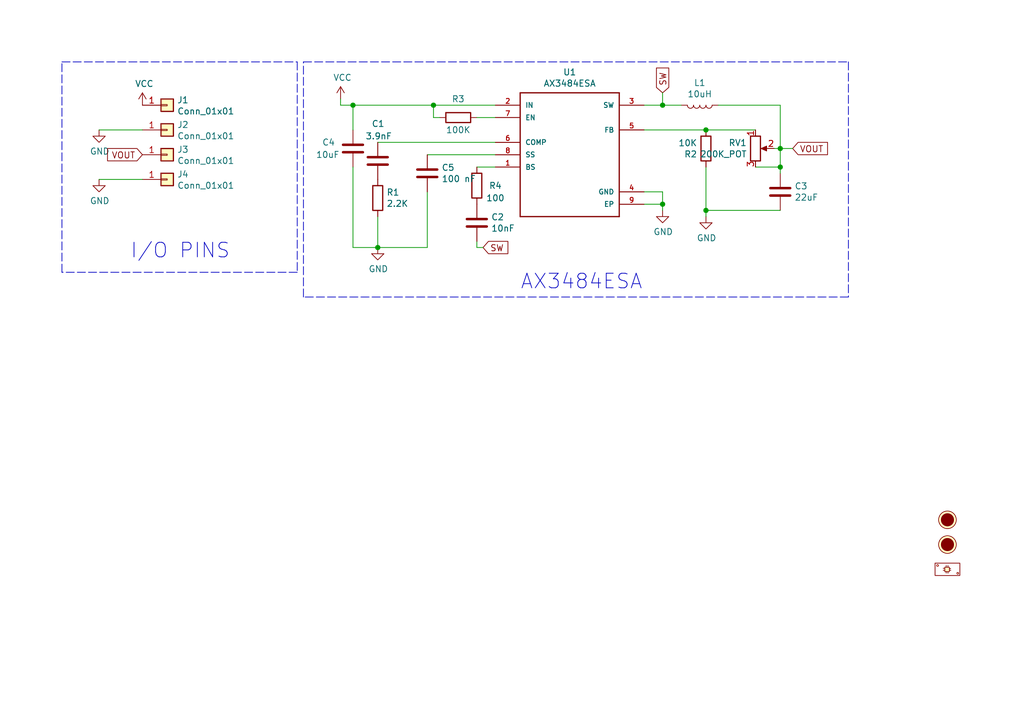
<source format=kicad_sch>
(kicad_sch (version 20211123) (generator eeschema)
  (paper "A5")
  (lib_symbols
    (symbol "AX3484ESA_1" (pin_names (offset 1.016))
      (property "Reference" "U" (at -10.16 13.335 0))
      (property "Value" "AX3484ESA_1" (at -10.16 -15.24 0))
      (symbol "AX3484ESA_1_0_0"
        (polyline (pts (xy -10.16 -12.7) (xy -10.16 12.7)) (stroke (width 0.254)))
        (polyline (pts (xy -10.16 12.7) (xy 10.16 12.7)) (stroke (width 0.254)))
        (polyline (pts (xy 10.16 -12.7) (xy -10.16 -12.7)) (stroke (width 0.254)))
        (polyline (pts (xy 10.16 12.7) (xy 10.16 -12.7)) (stroke (width 0.254)))
        (pin passive line (at -15.24 -2.54 0) (length 5.08) (name "BS") (number "1"))
        (pin input line (at -15.24 10.16 0) (length 5.08) (name "IN") (number "2"))
        (pin output line (at 15.24 10.16 180) (length 5.08) (name "SW") (number "3"))
        (pin power_in line (at 15.24 -7.62 180) (length 5.08) (name "GND") (number "4"))
        (pin input line (at 15.24 5.08 180) (length 5.08) (name "FB") (number "5"))
        (pin passive line (at -15.24 2.54 0) (length 5.08) (name "COMP") (number "6"))
        (pin input line (at -15.24 7.62 0) (length 5.08) (name "EN") (number "7"))
        (pin passive line (at -15.24 0 0) (length 5.08) (name "SS") (number "8"))
        (pin power_in line (at 15.24 -10.16 180) (length 5.08) (name "EP") (number "9"))
      )
    )
    (symbol "GS_Local:AX3484ESA" (pin_names (offset 1.016))
      (property "Reference" "U" (at -10.16 13.335 0))
      (property "Value" "AX3484ESA" (at -10.16 -15.24 0))
      (symbol "AX3484ESA_0_0"
        (polyline (pts (xy -10.16 -12.7) (xy -10.16 12.7)) (stroke (width 0.254)))
        (polyline (pts (xy -10.16 12.7) (xy 10.16 12.7)) (stroke (width 0.254)))
        (polyline (pts (xy 10.16 -12.7) (xy -10.16 -12.7)) (stroke (width 0.254)))
        (polyline (pts (xy 10.16 12.7) (xy 10.16 -12.7)) (stroke (width 0.254)))
        (pin passive line (at -15.24 -2.54 0) (length 5.08) (name "BS") (number "1"))
        (pin input line (at -15.24 10.16 0) (length 5.08) (name "IN") (number "2"))
        (pin output line (at 15.24 10.16 180) (length 5.08) (name "SW") (number "3"))
        (pin power_in line (at 15.24 -7.62 180) (length 5.08) (name "GND") (number "4"))
        (pin input line (at 15.24 5.08 180) (length 5.08) (name "FB") (number "5"))
        (pin passive line (at -15.24 2.54 0) (length 5.08) (name "COMP") (number "6"))
        (pin input line (at -15.24 7.62 0) (length 5.08) (name "EN") (number "7"))
        (pin passive line (at -15.24 0 0) (length 5.08) (name "SS") (number "8"))
        (pin power_in line (at 15.24 -10.16 180) (length 5.08) (name "EP") (number "9"))
      )
    )
    (symbol "GS_Local:C" (pin_numbers hide) (pin_names (offset 0.254))
      (property "Reference" "C" (at 0.635 2.54 0))
      (property "Value" "C" (at 0.635 -2.54 0))
      (symbol "C_0_1"
        (polyline (pts (xy -2.032 -0.762) (xy 2.032 -0.762)) (stroke (width 0.508)))
        (polyline (pts (xy -2.032 0.762) (xy 2.032 0.762)) (stroke (width 0.508)))
      )
      (symbol "C_1_1"
        (pin passive line (at 0 3.81 270) (length 2.794) (name "~") (number "1"))
        (pin passive line (at 0 -3.81 90) (length 2.794) (name "~") (number "2"))
      )
    )
    (symbol "GS_Local:Conn_01x01" (pin_names (offset 1.016) hide)
      (property "Reference" "J" (at 0 2.54 0))
      (symbol "Conn_01x01_1_1"
        (rectangle (start -1.27 0.127) (end 0 -0.127) (stroke (width 0.1524)))
        (rectangle (start -1.27 1.27) (end 1.27 -1.27) (stroke (width 0.254)) (fill (type background)))
        (pin passive line (at -5.08 0 0) (length 3.81) (name "Pin_1") (number "1"))
      )
    )
    (symbol "GS_Local:Fiducial" (pin_numbers hide) (pin_names (offset 0) hide)
      (property "Value" "Fiducial" (at 0 2.54 0))
      (symbol "Fiducial_0_1"
        (circle (center 0 0) (radius 1.27) (fill (type outline)))
        (circle (center 0 0) (radius 1.8034) (fill (type background)))
      )
    )
    (symbol "GS_Local:GND" (power) (pin_names (offset 0))
      (property "Value" "GND" (at 0 -3.81 0))
      (symbol "GND_0_1"
        (polyline (pts (xy 0 0) (xy 0 -1.27) (xy 1.27 -1.27) (xy 0 -2.54) (xy -1.27 -1.27) (xy 0 -1.27)))
      )
      (symbol "GND_1_1"
        (pin power_in line (at 0 0 270) (length 0) hide (name "GND") (number "1"))
      )
    )
    (symbol "GS_Local:L" (pin_numbers hide) (pin_names (offset 1.016) hide)
      (property "Reference" "L" (at -1.27 0 90))
      (property "Value" "L" (at 1.905 0 90))
      (symbol "L_0_1"
        (arc (start 0 -2.54) (mid 0.635 -1.905) (end 0 -1.27))
        (arc (start 0 -1.27) (mid 0.635 -0.635) (end 0 0))
        (arc (start 0 0) (mid 0.635 0.635) (end 0 1.27))
        (arc (start 0 1.27) (mid 0.635 1.905) (end 0 2.54))
      )
      (symbol "L_1_1"
        (pin passive line (at 0 3.81 270) (length 1.27) (name "1") (number "1"))
        (pin passive line (at 0 -3.81 90) (length 1.27) (name "2") (number "2"))
      )
    )
    (symbol "GS_Local:PCB" (pin_names (offset 1.016))
      (symbol "PCB_0_1"
        (rectangle (start -2.54 1.27) (end 2.54 -1.27))
        (circle (center -2.032 0.7874) (radius 0.1778) (fill (type background)))
        (rectangle (start -0.5334 0.4318) (end 0.381 -0.4826) (fill (type background)))
        (polyline (pts (xy -0.254 -0.4826) (xy -0.254 -0.7874)))
        (polyline (pts (xy 0.1016 -0.5334) (xy 0.1016 -0.8128)))
        (polyline (pts (xy 0.381 0.1524) (xy 0.6604 0.1524)))
        (polyline (pts (xy 0.4064 -0.2032) (xy 0.6858 -0.2032)))
      )
      (symbol "PCB_1_1"
        (polyline (pts (xy -0.8636 -0.2032) (xy -0.5842 -0.2032)))
        (polyline (pts (xy -0.8636 0.2032) (xy -0.5842 0.2032)))
        (polyline (pts (xy -0.254 0.508) (xy -0.254 0.7874)))
        (polyline (pts (xy 0.1016 0.508) (xy 0.1016 0.7874)))
        (circle (center 2.1082 -0.8128) (radius 0.1778) (fill (type background)))
      )
    )
    (symbol "GS_Local:R" (pin_numbers hide) (pin_names (offset 0))
      (property "Reference" "R" (at 2.032 0 90))
      (property "Value" "R" (at 0 0 90))
      (symbol "R_0_1"
        (rectangle (start -1.016 -2.54) (end 1.016 2.54) (stroke (width 0.254)))
      )
      (symbol "R_1_1"
        (pin passive line (at 0 3.81 270) (length 1.27) (name "~") (number "1"))
        (pin passive line (at 0 -3.81 90) (length 1.27) (name "~") (number "2"))
      )
    )
    (symbol "GS_Local:R_POT" (pin_names (offset 1.016) hide)
      (property "Reference" "RV" (at -4.445 0 90))
      (property "Value" "R_POT" (at -2.54 0 90))
      (symbol "R_POT_0_1"
        (polyline (pts (xy 2.54 0) (xy 1.524 0)))
        (polyline (pts (xy 1.143 0) (xy 2.286 0.508) (xy 2.286 -0.508) (xy 1.143 0)) (fill (type outline)))
        (rectangle (start 1.016 2.54) (end -1.016 -2.54) (stroke (width 0.254)))
      )
      (symbol "R_POT_1_1"
        (pin passive line (at 0 3.81 270) (length 1.27) (name "1") (number "1"))
        (pin passive line (at 3.81 0 180) (length 1.27) (name "2") (number "2"))
        (pin passive line (at 0 -3.81 90) (length 1.27) (name "3") (number "3"))
      )
    )
    (symbol "GS_Local:VCC" (power) (pin_names (offset 0))
      (property "Value" "VCC" (at 0 3.81 0))
      (symbol "VCC_0_1"
        (polyline (pts (xy -0.762 1.27) (xy 0 2.54)))
        (polyline (pts (xy 0 0) (xy 0 2.54)))
        (polyline (pts (xy 0 2.54) (xy 0.762 1.27)))
      )
      (symbol "VCC_1_1"
        (pin power_in line (at 0 0 90) (length 0) hide (name "VCC") (number "1"))
      )
    )
  )
  (junction (at 160.02 30.48))
  (junction (at 77.47 50.8))
  (junction (at 144.78 43.18))
  (junction (at 135.89 21.59))
  (junction (at 72.39 21.59))
  (junction (at 135.89 41.91))
  (junction (at 144.78 26.67))
  (junction (at 88.9 21.59))
  (junction (at 160.02 34.29))
  (wire (pts (xy 72.39 21.59) (xy 88.9 21.59)))
  (wire (pts (xy 69.85 20.32) (xy 69.85 21.59)))
  (wire (pts (xy 135.89 19.05) (xy 135.89 21.59)))
  (wire (pts (xy 135.89 41.91) (xy 135.89 43.18)))
  (wire (pts (xy 69.85 21.59) (xy 72.39 21.59)))
  (polyline (pts (xy 12.7 12.7) (xy 60.96 12.7)))
  (wire (pts (xy 132.08 26.67) (xy 144.78 26.67)))
  (polyline (pts (xy 12.7 55.88) (xy 12.7 12.7)))
  (wire (pts (xy 132.08 41.91) (xy 135.89 41.91)))
  (polyline (pts (xy 62.23 60.96) (xy 62.23 12.7)))
  (wire (pts (xy 97.79 50.8) (xy 99.06 50.8)))
  (wire (pts (xy 160.02 43.18) (xy 144.78 43.18)))
  (polyline (pts (xy 173.99 12.7) (xy 173.99 60.96)))
  (wire (pts (xy 144.78 34.29) (xy 144.78 43.18)))
  (wire (pts (xy 20.32 26.67) (xy 29.21 26.67)))
  (polyline (pts (xy 62.23 12.7) (xy 173.99 12.7)))
  (wire (pts (xy 132.08 21.59) (xy 135.89 21.59)))
  (wire (pts (xy 87.63 39.37) (xy 87.63 50.8)))
  (wire (pts (xy 77.47 44.45) (xy 77.47 50.8)))
  (wire (pts (xy 77.47 50.8) (xy 87.63 50.8)))
  (wire (pts (xy 147.32 21.59) (xy 160.02 21.59)))
  (wire (pts (xy 88.9 21.59) (xy 88.9 24.13)))
  (wire (pts (xy 72.39 34.29) (xy 72.39 50.8)))
  (wire (pts (xy 97.79 34.29) (xy 101.6 34.29)))
  (wire (pts (xy 160.02 21.59) (xy 160.02 30.48)))
  (polyline (pts (xy 173.99 60.96) (xy 62.23 60.96)))
  (wire (pts (xy 160.02 34.29) (xy 160.02 35.56)))
  (wire (pts (xy 97.79 24.13) (xy 101.6 24.13)))
  (wire (pts (xy 72.39 21.59) (xy 72.39 26.67)))
  (wire (pts (xy 154.94 34.29) (xy 160.02 34.29)))
  (wire (pts (xy 97.79 49.53) (xy 97.79 50.8)))
  (wire (pts (xy 160.02 30.48) (xy 160.02 34.29)))
  (wire (pts (xy 87.63 31.75) (xy 101.6 31.75)))
  (wire (pts (xy 72.39 50.8) (xy 77.47 50.8)))
  (wire (pts (xy 135.89 21.59) (xy 139.7 21.59)))
  (wire (pts (xy 88.9 21.59) (xy 101.6 21.59)))
  (wire (pts (xy 77.47 29.21) (xy 101.6 29.21)))
  (wire (pts (xy 135.89 39.37) (xy 135.89 41.91)))
  (wire (pts (xy 144.78 26.67) (xy 154.94 26.67)))
  (polyline (pts (xy 60.96 12.7) (xy 60.96 55.88)))
  (wire (pts (xy 88.9 24.13) (xy 90.17 24.13)))
  (wire (pts (xy 160.02 30.48) (xy 162.56 30.48)))
  (wire (pts (xy 144.78 43.18) (xy 144.78 44.45)))
  (polyline (pts (xy 60.96 55.88) (xy 12.7 55.88)))
  (wire (pts (xy 158.75 30.48) (xy 160.02 30.48)))
  (wire (pts (xy 132.08 39.37) (xy 135.89 39.37)))
  (wire (pts (xy 20.32 36.83) (xy 29.21 36.83)))
  (text "I/O PINS" (at 26.67 53.34 0) (effects (font (size 2.9972 2.9972)) (justify left bottom)))
  (text "AX3484ESA" (at 106.68 59.69 0) (effects (font (size 2.9972 2.9972)) (justify left bottom)))
  (global_label "SW" (shape input) (at 99.06 50.8 0) (property "Intersheet References" "${INTERSHEET_REFS}" (effects hide)))
  (global_label "SW" (shape input) (at 135.89 19.05 90) (property "Intersheet References" "${INTERSHEET_REFS}" (effects hide)))
  (global_label "VOUT" (shape input) (at 29.21 31.75 180) (property "Intersheet References" "${INTERSHEET_REFS}" (effects hide)))
  (global_label "VOUT" (shape input) (at 162.56 30.48 0) (property "Intersheet References" "${INTERSHEET_REFS}" (effects hide)))
  (symbol (lib_name "AX3484ESA_1") (lib_id "GS_Local:AX3484ESA") (at 116.84 31.75 0) (unit 1)
    (property "Reference" "U1" (at 116.84 14.8082 0))
    (property "Value" "AX3484ESA" (at 116.84 17.1196 0))
    (property "Footprint" "GS_Local:SOIC-8-1EP_3.9x4.9mm_P1.27mm_EP2.514x3.2mm" (effects hide))
    (property "Datasheet" "https://datasheet.lcsc.com/szlcsc/1806111900_Axelite-Tech-AX3484ESA_C211632.pdf" (effects hide))
    (property "MPN" "AX3484ESA" (effects hide))
    (property "LCSC" "C211632" (effects hide))
  )
  (symbol (lib_id "GS_Local:R") (at 77.47 40.64 0) (unit 1)
    (property "Reference" "R1" (at 79.248 39.4716 0) (effects (justify left)))
    (property "Value" "2.2K" (at 79.248 41.783 0) (effects (justify left)))
    (property "Footprint" "GS_Local:R_0402_1005Metric" (effects hide))
    (property "Datasheet" "https://datasheet.lcsc.com/szlcsc/1811141743_FH-Guangdong-Fenghua-Advanced-Tech-RC-02W2201FT_C258093.pdf" (effects hide))
    (property "MPN" "RC-02W2201FT" (effects hide))
    (property "LCSC" "C258093" (effects hide))
  )
  (symbol (lib_id "GS_Local:R") (at 144.78 30.48 180) (unit 1)
    (property "Reference" "R2" (at 143.002 31.6484 0) (effects (justify left)))
    (property "Value" "10K" (at 143.002 29.337 0) (effects (justify left)))
    (property "Footprint" "GS_Local:R_0402_1005Metric" (effects hide))
    (property "Datasheet" "https://datasheet.lcsc.com/szlcsc/1811091923_UNI-ROYAL-Uniroyal-Elec-0402WGJ0103TCE_C25531.pdf" (effects hide))
    (property "MPN" "0402WGJ0103TCE" (effects hide))
    (property "LCSC" "C25531" (effects hide))
  )
  (symbol (lib_id "GS_Local:R") (at 93.98 24.13 270) (unit 1)
    (property "Reference" "R3" (at 93.98 20.32 90))
    (property "Value" "100K" (at 93.98 26.67 90))
    (property "Footprint" "GS_Local:R_0402_1005Metric" (effects hide))
    (property "Datasheet" "https://datasheet.lcsc.com/szlcsc/1810111814_UNI-ROYAL-Uniroyal-Elec-0402WGF1003TCE_C25741.pdf" (effects hide))
    (property "MPN" "0402WGF1003TCE" (effects hide))
    (property "LCSC" "C25741" (effects hide))
  )
  (symbol (lib_id "GS_Local:C") (at 97.79 45.72 0) (unit 1)
    (property "Reference" "C2" (at 100.711 44.5516 0) (effects (justify left)))
    (property "Value" "10nF" (at 100.711 46.863 0) (effects (justify left)))
    (property "Footprint" "GS_Local:C_0402_1005Metric" (effects hide))
    (property "MPN" "V103K0402X7R500NBT" (effects hide))
    (property "LCSC" "C513436" (effects hide))
  )
  (symbol (lib_id "GS_Local:C") (at 72.39 30.48 0) (unit 1)
    (property "Reference" "C4" (at 66.04 29.21 0) (effects (justify left)))
    (property "Value" "10uF" (at 64.77 31.75 0) (effects (justify left)))
    (property "Footprint" "GS_Local:C_1206_3216Metric" (effects hide))
    (property "Datasheet" "https://datasheet.lcsc.com/szlcsc/1810221112_Samsung-Electro-Mechanics-CL31B106KAHNNNE_C14860.pdf" (effects hide))
    (property "MPN" "CL31B106KAHNNNE" (effects hide))
    (property "LCSC" "C14860" (effects hide))
  )
  (symbol (lib_id "GS_Local:R_POT") (at 154.94 30.48 0) (unit 1)
    (property "Reference" "RV1" (at 153.1874 29.3116 0) (effects (justify right)))
    (property "Value" "200K_POT" (at 153.1874 31.623 0) (effects (justify right)))
    (property "Footprint" "GS_Local:35WR" (effects hide))
    (property "Datasheet" "https://datasheet.lcsc.com/szlcsc/1810170727_HDK-Hokuriku-Elec-Industry-VG039NCHXTB204_C128551.pdf" (effects hide))
    (property "MPN" "VG039NCHXTB204" (effects hide))
    (property "LCSC" "C128551" (effects hide))
  )
  (symbol (lib_id "GS_Local:L") (at 143.51 21.59 270) (unit 1)
    (property "Reference" "L1" (at 143.51 16.9926 90))
    (property "Value" "10uH" (at 143.51 19.304 90))
    (property "Footprint" "GS_Local:MCS_0603" (effects hide))
    (property "Datasheet" "https://datasheet.lcsc.com/szlcsc/1912111437_PSA-Prosperity-Dielectrics-MCS0630-100MN1_C385254.pdf" (effects hide))
    (property "MPN" "MCS0630-100MN1" (effects hide))
    (property "LCSC" "C385254" (effects hide))
  )
  (symbol (lib_id "GS_Local:C") (at 87.63 35.56 0) (unit 1)
    (property "Reference" "C5" (at 90.551 34.3916 0) (effects (justify left)))
    (property "Value" "100 nF" (at 90.551 36.703 0) (effects (justify left)))
    (property "Footprint" "GS_Local:C_0603_1608Metric" (effects hide))
    (property "Datasheet" "https://datasheet.lcsc.com/szlcsc/1811151136_Walsin-Tech-Corp-0603B104K160CT_C80516.pdf" (effects hide))
    (property "MPN" "0603B104K160CT" (effects hide))
    (property "LCSC" "C80516" (effects hide))
  )
  (symbol (lib_id "GS_Local:R") (at 97.79 38.1 180) (unit 1)
    (property "Reference" "R4" (at 101.6 38.1 0))
    (property "Value" "100" (at 101.6 40.64 0))
    (property "Footprint" "GS_Local:R_0402_1005Metric" (effects hide))
    (property "Datasheet" "https://datasheet.lcsc.com/szlcsc/1810191630_Walsin-Tech-Corp-WR04X1000FTL_C163808.pdf" (effects hide))
    (property "MPN" "WR04X1000FTL" (effects hide))
    (property "LCSC" "C163808" (effects hide))
  )
  (symbol (lib_id "GS_Local:C") (at 160.02 39.37 0) (unit 1)
    (property "Reference" "C3" (at 162.941 38.2016 0) (effects (justify left)))
    (property "Value" "22uF" (at 162.941 40.513 0) (effects (justify left)))
    (property "Footprint" "GS_Local:C_0805_2012Metric" (effects hide))
    (property "Datasheet" "https://datasheet.lcsc.com/szlcsc/1912111437_TDK-C2012X5R1V226MT000E_C338080.pdf" (effects hide))
    (property "MPN" "C2012X5R1V226MT000E" (effects hide))
    (property "LCSC" "C338080" (effects hide))
  )
  (symbol (lib_id "GS_Local:C") (at 77.47 33.02 0) (unit 1)
    (property "Reference" "C1" (at 76.2 25.4 0) (effects (justify left)))
    (property "Value" "3.9nF" (at 74.93 27.94 0) (effects (justify left)))
    (property "Footprint" "GS_Local:C_0603_1608Metric" (effects hide))
    (property "Datasheet" "https://datasheet.lcsc.com/szlcsc/1811061822_FH-Guangdong-Fenghua-Advanced-Tech-0603B392K500NT_C1618.pdf" (effects hide))
    (property "MPN" "0603B392K500NT" (effects hide))
    (property "LCSC" "C1618" (effects hide))
  )
  (symbol (lib_id "GS_Local:Conn_01x01") (at 34.29 21.59 0) (unit 1)
    (property "Reference" "J1" (at 36.322 20.5232 0) (effects (justify left)))
    (property "Value" "Conn_01x01" (at 36.322 22.8346 0) (effects (justify left)))
    (property "Footprint" "GS_Local:PinHeader_1x01_P2.54mm_Vertical_Male" (effects hide))
  )
  (symbol (lib_id "GS_Local:Conn_01x01") (at 34.29 26.67 0) (unit 1)
    (property "Reference" "J2" (at 36.322 25.6032 0) (effects (justify left)))
    (property "Value" "Conn_01x01" (at 36.322 27.9146 0) (effects (justify left)))
    (property "Footprint" "GS_Local:PinHeader_1x01_P2.54mm_Vertical_Male" (effects hide))
  )
  (symbol (lib_id "GS_Local:Conn_01x01") (at 34.29 31.75 0) (unit 1)
    (property "Reference" "J3" (at 36.322 30.6832 0) (effects (justify left)))
    (property "Value" "Conn_01x01" (at 36.322 32.9946 0) (effects (justify left)))
    (property "Footprint" "GS_Local:PinHeader_1x01_P2.54mm_Vertical_Male" (effects hide))
  )
  (symbol (lib_id "GS_Local:Conn_01x01") (at 34.29 36.83 0) (unit 1)
    (property "Reference" "J4" (at 36.322 35.7632 0) (effects (justify left)))
    (property "Value" "Conn_01x01" (at 36.322 38.0746 0) (effects (justify left)))
    (property "Footprint" "GS_Local:PinHeader_1x01_P2.54mm_Vertical_Male" (effects hide))
  )
  (symbol (lib_id "GS_Local:GND") (at 20.32 26.67 0) (unit 1)
    (property "Reference" "#PWR0101" (effects hide))
    (property "Value" "GND" (at 20.447 31.0642 0))
  )
  (symbol (lib_id "GS_Local:GND") (at 20.32 36.83 0) (unit 1)
    (property "Reference" "#PWR0102" (effects hide))
    (property "Value" "GND" (at 20.447 41.2242 0))
  )
  (symbol (lib_id "GS_Local:GND") (at 135.89 43.18 0) (unit 1)
    (property "Reference" "#PWR0103" (effects hide))
    (property "Value" "GND" (at 136.017 47.5742 0))
  )
  (symbol (lib_id "GS_Local:GND") (at 144.78 44.45 0) (unit 1)
    (property "Reference" "#PWR0104" (effects hide))
    (property "Value" "GND" (at 144.907 48.8442 0))
  )
  (symbol (lib_id "GS_Local:VCC") (at 69.85 20.32 0) (unit 1)
    (property "Reference" "#PWR0105" (effects hide))
    (property "Value" "VCC" (at 70.231 15.9258 0))
  )
  (symbol (lib_id "GS_Local:VCC") (at 29.21 21.59 0) (unit 1)
    (property "Reference" "#PWR0106" (effects hide))
    (property "Value" "VCC" (at 29.591 17.1958 0))
  )
  (symbol (lib_id "GS_Local:GND") (at 77.47 50.8 0) (unit 1)
    (property "Reference" "#PWR0107" (effects hide))
    (property "Value" "GND" (at 77.597 55.1942 0))
  )
  (symbol (lib_id "GS_Local:Fiducial") (at 194.31 106.68 0) (unit 1)
    (property "Reference" "FID1" (effects hide))
    (property "Value" "Fiducial" (effects hide))
    (property "Footprint" "GS_Local:Fiducial_0.75mm_Mask1.5mm" (effects hide))
  )
  (symbol (lib_id "GS_Local:Fiducial") (at 194.31 111.76 0) (unit 1)
    (property "Reference" "FID2" (effects hide))
    (property "Value" "Fiducial" (effects hide))
    (property "Footprint" "GS_Local:Fiducial_0.75mm_Mask1.5mm" (effects hide))
  )
  (symbol (lib_id "GS_Local:PCB") (at 194.31 116.84 0) (unit 1)
    (property "Reference" "P1" (effects hide))
    (property "Value" "PCB" (effects hide))
    (property "MPN" "LOLSEQ_GS_PCB" (effects hide))
  )
)
</source>
